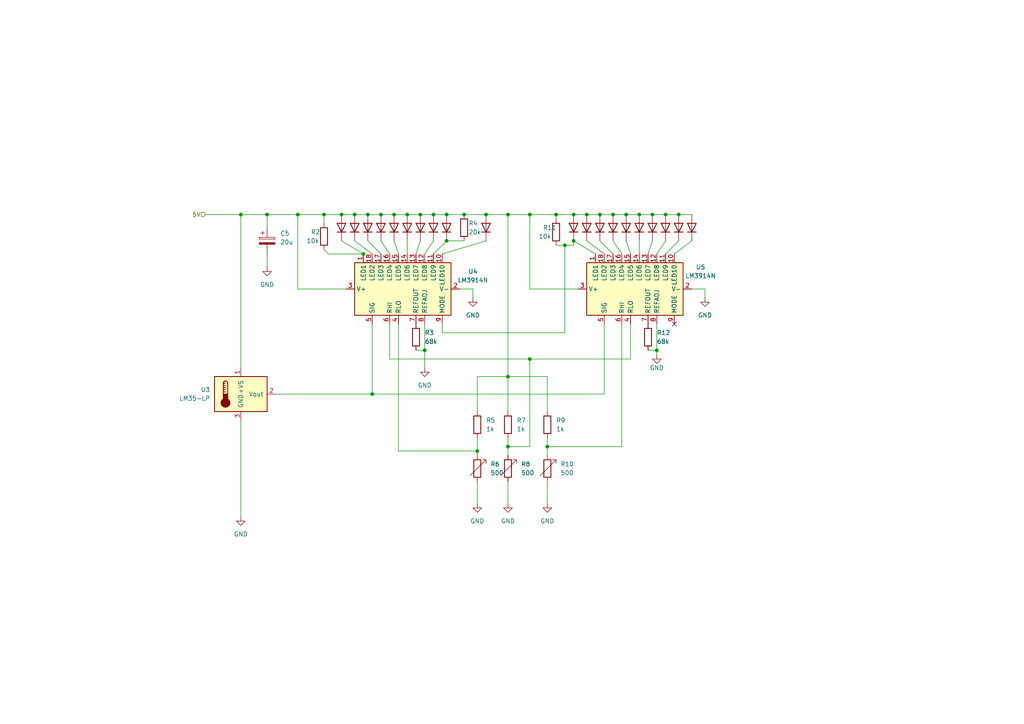
<source format=kicad_sch>
(kicad_sch (version 20211123) (generator eeschema)
  (paper "A4")
  (lib_symbols
    (symbol "Device:C_Polarized" (pin_numbers hide) (pin_names (offset 0.254))
      (property "Reference" "C" (at 0.635 2.54 0))
      (property "Value" "C_Polarized" (at 0.635 -2.54 0))
      (symbol "C_Polarized_0_1"
        (rectangle (start -2.286 0.508) (end 2.286 1.016))
        (polyline (pts (xy -1.778 2.286) (xy -0.762 2.286)))
        (polyline (pts (xy -1.27 2.794) (xy -1.27 1.778)))
        (rectangle (start 2.286 -0.508) (end -2.286 -1.016) (fill (type outline)))
      )
      (symbol "C_Polarized_1_1"
        (pin passive line (at 0 3.81 270) (length 2.794) (name "~") (number "1"))
        (pin passive line (at 0 -3.81 90) (length 2.794) (name "~") (number "2"))
      )
    )
    (symbol "Device:D" (pin_numbers hide) (pin_names (offset 1.016) hide)
      (property "Reference" "D" (at 0 2.54 0))
      (property "Value" "D" (at 0 -2.54 0))
      (symbol "D_0_1"
        (polyline (pts (xy -1.27 1.27) (xy -1.27 -1.27)) (stroke (width 0.254)))
        (polyline (pts (xy 1.27 0) (xy -1.27 0)))
        (polyline (pts (xy 1.27 1.27) (xy 1.27 -1.27) (xy -1.27 0) (xy 1.27 1.27)) (stroke (width 0.254)))
      )
      (symbol "D_1_1"
        (pin passive line (at -3.81 0 0) (length 2.54) (name "K") (number "1"))
        (pin passive line (at 3.81 0 180) (length 2.54) (name "A") (number "2"))
      )
    )
    (symbol "Device:R" (pin_numbers hide) (pin_names (offset 0))
      (property "Reference" "R" (at 2.032 0 90))
      (property "Value" "R" (at 0 0 90))
      (symbol "R_0_1"
        (rectangle (start -1.016 -2.54) (end 1.016 2.54) (stroke (width 0.254)))
      )
      (symbol "R_1_1"
        (pin passive line (at 0 3.81 270) (length 1.27) (name "~") (number "1"))
        (pin passive line (at 0 -3.81 90) (length 1.27) (name "~") (number "2"))
      )
    )
    (symbol "Device:R_Variable" (pin_numbers hide) (pin_names (offset 0))
      (property "Reference" "R" (at 2.54 -2.54 90))
      (property "Value" "R_Variable" (at -2.54 -1.27 90))
      (symbol "R_Variable_0_1"
        (rectangle (start -1.016 -2.54) (end 1.016 2.54) (stroke (width 0.254)))
        (polyline (pts (xy 2.54 1.524) (xy 2.54 2.54) (xy 1.524 2.54) (xy 2.54 2.54) (xy -2.032 -2.032)))
      )
      (symbol "R_Variable_1_1"
        (pin passive line (at 0 3.81 270) (length 1.27) (name "~") (number "1"))
        (pin passive line (at 0 -3.81 90) (length 1.27) (name "~") (number "2"))
      )
    )
    (symbol "Driver_LED:LM3914N"
      (property "Reference" "U" (at -6.35 14.224 0))
      (property "Value" "LM3914N" (at 5.588 14.224 0))
      (symbol "LM3914N_0_1"
        (rectangle (start -7.62 12.7) (end 7.62 -15.24) (stroke (width 0.254)) (fill (type background)))
      )
      (symbol "LM3914N_1_1"
        (pin open_collector line (at 10.16 10.16 180) (length 2.54) (name "LED1") (number "1"))
        (pin open_collector line (at 10.16 -12.7 180) (length 2.54) (name "LED10") (number "10"))
        (pin open_collector line (at 10.16 -10.16 180) (length 2.54) (name "LED9") (number "11"))
        (pin open_collector line (at 10.16 -7.62 180) (length 2.54) (name "LED8") (number "12"))
        (pin open_collector line (at 10.16 -5.08 180) (length 2.54) (name "LED7") (number "13"))
        (pin open_collector line (at 10.16 -2.54 180) (length 2.54) (name "LED6") (number "14"))
        (pin open_collector line (at 10.16 0 180) (length 2.54) (name "LED5") (number "15"))
        (pin open_collector line (at 10.16 2.54 180) (length 2.54) (name "LED4") (number "16"))
        (pin open_collector line (at 10.16 5.08 180) (length 2.54) (name "LED3") (number "17"))
        (pin open_collector line (at 10.16 7.62 180) (length 2.54) (name "LED2") (number "18"))
        (pin power_in line (at 0 -17.78 90) (length 2.54) (name "V-") (number "2"))
        (pin power_in line (at 0 15.24 270) (length 2.54) (name "V+") (number "3"))
        (pin input line (at -10.16 0 0) (length 2.54) (name "RLO") (number "4"))
        (pin input line (at -10.16 7.62 0) (length 2.54) (name "SIG") (number "5"))
        (pin input line (at -10.16 2.54 0) (length 2.54) (name "RHI") (number "6"))
        (pin output line (at -10.16 -5.08 0) (length 2.54) (name "REFOUT") (number "7"))
        (pin input line (at -10.16 -7.62 0) (length 2.54) (name "REFADJ") (number "8"))
        (pin input line (at -10.16 -12.7 0) (length 2.54) (name "MODE") (number "9"))
      )
    )
    (symbol "Sensor_Temperature:LM35-LP" (pin_names (offset 1.016))
      (property "Reference" "U" (at -6.35 6.35 0))
      (property "Value" "LM35-LP" (at 1.27 6.35 0))
      (symbol "LM35-LP_0_1"
        (rectangle (start -7.62 5.08) (end 7.62 -5.08) (stroke (width 0.254)) (fill (type background)))
        (circle (center -4.445 -2.54) (radius 1.27) (stroke (width 0.254)) (fill (type outline)))
        (rectangle (start -3.81 -1.905) (end -5.08 0) (stroke (width 0.254)) (fill (type outline)))
        (arc (start -3.81 3.175) (mid -4.445 3.81) (end -5.08 3.175) (stroke (width 0.254)))
        (polyline (pts (xy -5.08 0.635) (xy -4.445 0.635)) (stroke (width 0.254)))
        (polyline (pts (xy -5.08 1.27) (xy -4.445 1.27)) (stroke (width 0.254)))
        (polyline (pts (xy -5.08 1.905) (xy -4.445 1.905)) (stroke (width 0.254)))
        (polyline (pts (xy -5.08 2.54) (xy -4.445 2.54)) (stroke (width 0.254)))
        (polyline (pts (xy -5.08 3.175) (xy -5.08 0)) (stroke (width 0.254)))
        (polyline (pts (xy -5.08 3.175) (xy -4.445 3.175)) (stroke (width 0.254)))
        (polyline (pts (xy -3.81 3.175) (xy -3.81 0)) (stroke (width 0.254)))
      )
      (symbol "LM35-LP_1_1"
        (pin power_in line (at 0 7.62 270) (length 2.54) (name "+VS") (number "1"))
        (pin output line (at 10.16 0 180) (length 2.54) (name "Vout") (number "2"))
        (pin power_in line (at 0 -7.62 90) (length 2.54) (name "GND") (number "3"))
      )
    )
    (symbol "power:GND" (power) (pin_names (offset 0))
      (property "Value" "GND" (at 0 -3.81 0))
      (symbol "GND_0_1"
        (polyline (pts (xy 0 0) (xy 0 -1.27) (xy 1.27 -1.27) (xy 0 -2.54) (xy -1.27 -1.27) (xy 0 -1.27)))
      )
      (symbol "GND_1_1"
        (pin power_in line (at 0 0 270) (length 0) hide (name "GND") (number "1"))
      )
    )
  )
  (junction (at 140.97 62.23))
  (junction (at 138.43 130.81))
  (junction (at 93.98 62.23))
  (junction (at 170.18 62.23))
  (junction (at 196.85 62.23))
  (junction (at 118.11 62.23))
  (junction (at 86.36 62.23))
  (junction (at 189.23 62.23))
  (junction (at 193.04 62.23))
  (junction (at 173.99 62.23))
  (junction (at 147.32 109.22))
  (junction (at 77.47 62.23))
  (junction (at 163.83 71.12))
  (junction (at 161.29 62.23))
  (junction (at 123.19 101.6))
  (junction (at 125.73 62.23))
  (junction (at 129.54 69.85))
  (junction (at 134.62 62.23))
  (junction (at 153.67 62.23))
  (junction (at 177.8 62.23))
  (junction (at 99.06 62.23))
  (junction (at 105.41 73.66))
  (junction (at 114.3 62.23))
  (junction (at 147.32 62.23))
  (junction (at 102.87 62.23))
  (junction (at 166.37 69.85))
  (junction (at 153.67 104.14))
  (junction (at 158.75 129.54))
  (junction (at 121.92 62.23))
  (junction (at 129.54 62.23))
  (junction (at 69.85 62.23))
  (junction (at 107.95 114.3))
  (junction (at 106.68 62.23))
  (junction (at 181.61 62.23))
  (junction (at 190.5 101.6))
  (junction (at 185.42 62.23))
  (junction (at 110.49 62.23))
  (junction (at 166.37 62.23))
  (junction (at 147.32 129.54))
  (no_connect (at 195.58 93.98))
  (wire (pts (xy 138.43 119.38) (xy 138.43 109.22)))
  (wire (pts (xy 102.87 69.85) (xy 107.95 73.66)))
  (wire (pts (xy 166.37 71.12) (xy 166.37 69.85)))
  (wire (pts (xy 107.95 114.3) (xy 175.26 114.3)))
  (wire (pts (xy 134.62 62.23) (xy 140.97 62.23)))
  (wire (pts (xy 158.75 119.38) (xy 158.75 109.22)))
  (wire (pts (xy 173.99 69.85) (xy 177.8 73.66)))
  (wire (pts (xy 204.47 86.36) (xy 204.47 83.82)))
  (wire (pts (xy 180.34 129.54) (xy 180.34 93.98)))
  (wire (pts (xy 59.69 62.23) (xy 69.85 62.23)))
  (wire (pts (xy 161.29 71.12) (xy 163.83 71.12)))
  (wire (pts (xy 185.42 69.85) (xy 185.42 73.66)))
  (wire (pts (xy 200.66 69.85) (xy 195.58 73.66)))
  (wire (pts (xy 123.19 101.6) (xy 123.19 106.68)))
  (wire (pts (xy 147.32 109.22) (xy 147.32 119.38)))
  (wire (pts (xy 93.98 72.39) (xy 95.25 73.66)))
  (wire (pts (xy 163.83 71.12) (xy 166.37 71.12)))
  (wire (pts (xy 110.49 62.23) (xy 114.3 62.23)))
  (wire (pts (xy 147.32 129.54) (xy 153.67 129.54)))
  (wire (pts (xy 170.18 69.85) (xy 175.26 73.66)))
  (wire (pts (xy 121.92 62.23) (xy 125.73 62.23)))
  (wire (pts (xy 114.3 69.85) (xy 115.57 73.66)))
  (wire (pts (xy 158.75 129.54) (xy 158.75 132.08)))
  (wire (pts (xy 153.67 104.14) (xy 182.88 104.14)))
  (wire (pts (xy 120.65 101.6) (xy 123.19 101.6)))
  (wire (pts (xy 107.95 114.3) (xy 107.95 93.98)))
  (wire (pts (xy 170.18 62.23) (xy 173.99 62.23)))
  (wire (pts (xy 158.75 109.22) (xy 147.32 109.22)))
  (wire (pts (xy 158.75 127) (xy 158.75 129.54)))
  (wire (pts (xy 115.57 130.81) (xy 138.43 130.81)))
  (wire (pts (xy 138.43 127) (xy 138.43 130.81)))
  (wire (pts (xy 196.85 62.23) (xy 200.66 62.23)))
  (wire (pts (xy 123.19 93.98) (xy 123.19 101.6)))
  (wire (pts (xy 129.54 62.23) (xy 134.62 62.23)))
  (wire (pts (xy 200.66 83.82) (xy 204.47 83.82)))
  (wire (pts (xy 69.85 62.23) (xy 69.85 106.68)))
  (wire (pts (xy 121.92 69.85) (xy 120.65 73.66)))
  (wire (pts (xy 86.36 62.23) (xy 93.98 62.23)))
  (wire (pts (xy 138.43 130.81) (xy 138.43 132.08)))
  (wire (pts (xy 77.47 73.66) (xy 77.47 77.47)))
  (wire (pts (xy 102.87 62.23) (xy 106.68 62.23)))
  (wire (pts (xy 153.67 83.82) (xy 167.64 83.82)))
  (wire (pts (xy 129.54 69.85) (xy 134.62 69.85)))
  (wire (pts (xy 99.06 69.85) (xy 105.41 73.66)))
  (wire (pts (xy 153.67 62.23) (xy 161.29 62.23)))
  (wire (pts (xy 163.83 96.52) (xy 163.83 71.12)))
  (wire (pts (xy 80.01 114.3) (xy 107.95 114.3)))
  (wire (pts (xy 196.85 69.85) (xy 193.04 73.66)))
  (wire (pts (xy 129.54 69.85) (xy 125.73 73.66)))
  (wire (pts (xy 106.68 62.23) (xy 110.49 62.23)))
  (wire (pts (xy 166.37 69.85) (xy 172.72 73.66)))
  (wire (pts (xy 182.88 93.98) (xy 182.88 104.14)))
  (wire (pts (xy 114.3 62.23) (xy 118.11 62.23)))
  (wire (pts (xy 118.11 69.85) (xy 118.11 73.66)))
  (wire (pts (xy 110.49 69.85) (xy 113.03 73.66)))
  (wire (pts (xy 128.27 93.98) (xy 128.27 96.52)))
  (wire (pts (xy 161.29 62.23) (xy 161.29 63.5)))
  (wire (pts (xy 158.75 139.7) (xy 158.75 146.05)))
  (wire (pts (xy 133.35 83.82) (xy 137.16 83.82)))
  (wire (pts (xy 190.5 101.6) (xy 190.5 93.98)))
  (wire (pts (xy 177.8 62.23) (xy 181.61 62.23)))
  (wire (pts (xy 153.67 62.23) (xy 153.67 83.82)))
  (wire (pts (xy 93.98 62.23) (xy 99.06 62.23)))
  (wire (pts (xy 189.23 69.85) (xy 187.96 73.66)))
  (wire (pts (xy 193.04 62.23) (xy 196.85 62.23)))
  (wire (pts (xy 193.04 69.85) (xy 190.5 73.66)))
  (wire (pts (xy 147.32 62.23) (xy 153.67 62.23)))
  (wire (pts (xy 190.5 102.87) (xy 190.5 101.6)))
  (wire (pts (xy 125.73 62.23) (xy 129.54 62.23)))
  (wire (pts (xy 147.32 129.54) (xy 147.32 132.08)))
  (wire (pts (xy 125.73 69.85) (xy 123.19 73.66)))
  (wire (pts (xy 138.43 109.22) (xy 147.32 109.22)))
  (wire (pts (xy 147.32 139.7) (xy 147.32 146.05)))
  (wire (pts (xy 189.23 62.23) (xy 193.04 62.23)))
  (wire (pts (xy 118.11 62.23) (xy 121.92 62.23)))
  (wire (pts (xy 106.68 69.85) (xy 110.49 73.66)))
  (wire (pts (xy 158.75 129.54) (xy 180.34 129.54)))
  (wire (pts (xy 137.16 86.36) (xy 137.16 83.82)))
  (wire (pts (xy 128.27 96.52) (xy 163.83 96.52)))
  (wire (pts (xy 181.61 69.85) (xy 182.88 73.66)))
  (wire (pts (xy 181.61 62.23) (xy 185.42 62.23)))
  (wire (pts (xy 177.8 69.85) (xy 180.34 73.66)))
  (wire (pts (xy 86.36 62.23) (xy 86.36 83.82)))
  (wire (pts (xy 93.98 62.23) (xy 93.98 64.77)))
  (wire (pts (xy 187.96 101.6) (xy 190.5 101.6)))
  (wire (pts (xy 173.99 62.23) (xy 177.8 62.23)))
  (wire (pts (xy 95.25 73.66) (xy 105.41 73.66)))
  (wire (pts (xy 147.32 62.23) (xy 147.32 109.22)))
  (wire (pts (xy 161.29 62.23) (xy 166.37 62.23)))
  (wire (pts (xy 175.26 114.3) (xy 175.26 93.98)))
  (wire (pts (xy 140.97 69.85) (xy 128.27 73.66)))
  (wire (pts (xy 69.85 62.23) (xy 77.47 62.23)))
  (wire (pts (xy 115.57 93.98) (xy 115.57 130.81)))
  (wire (pts (xy 138.43 139.7) (xy 138.43 146.05)))
  (wire (pts (xy 185.42 62.23) (xy 189.23 62.23)))
  (wire (pts (xy 113.03 104.14) (xy 153.67 104.14)))
  (wire (pts (xy 166.37 62.23) (xy 170.18 62.23)))
  (wire (pts (xy 77.47 62.23) (xy 86.36 62.23)))
  (wire (pts (xy 140.97 62.23) (xy 147.32 62.23)))
  (wire (pts (xy 113.03 93.98) (xy 113.03 104.14)))
  (wire (pts (xy 147.32 127) (xy 147.32 129.54)))
  (wire (pts (xy 153.67 104.14) (xy 153.67 129.54)))
  (wire (pts (xy 77.47 62.23) (xy 77.47 66.04)))
  (wire (pts (xy 99.06 62.23) (xy 102.87 62.23)))
  (wire (pts (xy 69.85 121.92) (xy 69.85 149.86)))
  (wire (pts (xy 100.33 83.82) (xy 86.36 83.82)))
  (hierarchical_label "5V" (shape input) (at 59.69 62.23 180))
  (symbol (lib_id "Device:R") (at 161.29 67.31 0) (unit 1)
    (property "Reference" "R11" (at 157.48 66.04 0) (effects (justify left)))
    (property "Value" "10k" (at 156.21 68.58 0) (effects (justify left)))
    (property "Footprint" "Resistor_THT:R_Axial_DIN0207_L6.3mm_D2.5mm_P10.16mm_Horizontal" (effects hide))
  )
  (symbol (lib_id "power:GND") (at 77.47 77.47 0) (unit 1)
    (property "Reference" "#PWR04" (effects hide))
    (property "Value" "GND" (at 77.47 82.55 0))
  )
  (symbol (lib_id "power:GND") (at 138.43 146.05 0) (unit 1)
    (property "Reference" "#PWR07" (effects hide))
    (property "Value" "GND" (at 138.43 151.13 0))
  )
  (symbol (lib_id "Device:R") (at 93.98 68.58 0) (unit 1)
    (property "Reference" "R2" (at 90.17 67.31 0) (effects (justify left)))
    (property "Value" "10k" (at 88.9 69.85 0) (effects (justify left)))
    (property "Footprint" "Resistor_THT:R_Axial_DIN0207_L6.3mm_D2.5mm_P10.16mm_Horizontal" (effects hide))
  )
  (symbol (lib_id "Device:D") (at 181.61 66.04 90) (unit 1)
    (property "Reference" "D17" (effects hide))
    (property "Value" "D" (effects hide))
    (property "Footprint" "LED_THT:LED_D3.0mm" (effects hide))
  )
  (symbol (lib_id "Device:D") (at 185.42 66.04 90) (unit 1)
    (property "Reference" "D18" (effects hide))
    (property "Value" "D" (effects hide))
    (property "Footprint" "LED_THT:LED_D3.0mm" (effects hide))
  )
  (symbol (lib_id "Device:D") (at 196.85 66.04 90) (unit 1)
    (property "Reference" "D21" (effects hide))
    (property "Value" "D" (effects hide))
    (property "Footprint" "LED_THT:LED_D3.0mm" (effects hide))
  )
  (symbol (lib_id "Device:R") (at 187.96 97.79 0) (unit 1)
    (property "Reference" "R12" (at 190.5 96.5199 0) (effects (justify left)))
    (property "Value" "68k" (at 190.5 99.0599 0) (effects (justify left)))
    (property "Footprint" "Resistor_THT:R_Axial_DIN0207_L6.3mm_D2.5mm_P10.16mm_Horizontal" (effects hide))
  )
  (symbol (lib_id "Device:D") (at 140.97 66.04 90) (unit 1)
    (property "Reference" "D12" (effects hide))
    (property "Value" "D" (effects hide))
    (property "Footprint" "LED_THT:LED_D3.0mm" (effects hide))
  )
  (symbol (lib_id "Device:D") (at 189.23 66.04 90) (unit 1)
    (property "Reference" "D19" (effects hide))
    (property "Value" "D" (effects hide))
    (property "Footprint" "LED_THT:LED_D3.0mm" (effects hide))
  )
  (symbol (lib_id "power:GND") (at 137.16 86.36 0) (unit 1)
    (property "Reference" "#PWR06" (effects hide))
    (property "Value" "GND" (at 137.16 91.44 0))
  )
  (symbol (lib_id "Device:D") (at 106.68 66.04 90) (unit 1)
    (property "Reference" "D5" (effects hide))
    (property "Value" "D" (effects hide))
    (property "Footprint" "LED_THT:LED_D3.0mm" (effects hide))
  )
  (symbol (lib_id "Device:D") (at 173.99 66.04 90) (unit 1)
    (property "Reference" "D15" (effects hide))
    (property "Value" "D" (effects hide))
    (property "Footprint" "LED_THT:LED_D3.0mm" (effects hide))
  )
  (symbol (lib_id "Device:D") (at 193.04 66.04 90) (unit 1)
    (property "Reference" "D20" (effects hide))
    (property "Value" "D" (effects hide))
    (property "Footprint" "LED_THT:LED_D3.0mm" (effects hide))
  )
  (symbol (lib_id "Device:D") (at 200.66 66.04 90) (unit 1)
    (property "Reference" "D22" (effects hide))
    (property "Value" "D" (effects hide))
    (property "Footprint" "LED_THT:LED_D3.0mm" (effects hide))
  )
  (symbol (lib_id "Device:D") (at 121.92 66.04 90) (unit 1)
    (property "Reference" "D9" (effects hide))
    (property "Value" "D" (effects hide))
    (property "Footprint" "LED_THT:LED_D3.0mm" (effects hide))
  )
  (symbol (lib_id "Device:D") (at 114.3 66.04 90) (unit 1)
    (property "Reference" "D7" (effects hide))
    (property "Value" "D" (effects hide))
    (property "Footprint" "LED_THT:LED_D3.0mm" (effects hide))
  )
  (symbol (lib_id "Device:R_Variable") (at 147.32 135.89 0) (unit 1)
    (property "Reference" "R8" (at 151.13 134.6199 0) (effects (justify left)))
    (property "Value" "500" (at 151.13 137.1599 0) (effects (justify left)))
    (property "Footprint" "Potentiometer_THT:Potentiometer_Piher_PT-6-V_Vertical" (effects hide))
  )
  (symbol (lib_id "Device:D") (at 129.54 66.04 90) (unit 1)
    (property "Reference" "D11" (effects hide))
    (property "Value" "D" (effects hide))
    (property "Footprint" "LED_THT:LED_D3.0mm" (effects hide))
  )
  (symbol (lib_id "Driver_LED:LM3914N") (at 115.57 83.82 90) (unit 1)
    (property "Reference" "U4" (at 137.16 78.74 90))
    (property "Value" "LM3914N" (at 137.16 81.28 90))
    (property "Footprint" "Package_DIP:DIP-18_W7.62mm" (effects hide))
    (property "Datasheet" "https://www.ti.com/lit/ds/symlink/lm3914.pdf" (effects hide))
  )
  (symbol (lib_id "Device:D") (at 170.18 66.04 90) (unit 1)
    (property "Reference" "D14" (effects hide))
    (property "Value" "D" (effects hide))
    (property "Footprint" "LED_THT:LED_D3.0mm" (effects hide))
  )
  (symbol (lib_id "Device:C_Polarized") (at 77.47 69.85 0) (unit 1)
    (property "Reference" "C5" (at 81.28 67.6909 0) (effects (justify left)))
    (property "Value" "20u" (at 81.28 70.2309 0) (effects (justify left)))
    (property "Footprint" "Capacitor_THT:CP_Radial_D6.3mm_P2.50mm" (effects hide))
  )
  (symbol (lib_id "power:GND") (at 204.47 86.36 0) (unit 1)
    (property "Reference" "#PWR011" (effects hide))
    (property "Value" "GND" (at 204.47 91.44 0))
  )
  (symbol (lib_id "power:GND") (at 147.32 146.05 0) (unit 1)
    (property "Reference" "#PWR08" (effects hide))
    (property "Value" "GND" (at 147.32 151.13 0))
  )
  (symbol (lib_id "power:GND") (at 123.19 106.68 0) (unit 1)
    (property "Reference" "#PWR05" (effects hide))
    (property "Value" "GND" (at 123.19 111.76 0))
  )
  (symbol (lib_id "Sensor_Temperature:LM35-LP") (at 69.85 114.3 0) (unit 1)
    (property "Reference" "U3" (at 60.96 113.0299 0) (effects (justify right)))
    (property "Value" "LM35-LP" (at 60.96 115.5699 0) (effects (justify right)))
    (property "Footprint" "Package_TO_SOT_THT:TO-92" (effects hide))
    (property "Datasheet" "http://www.ti.com/lit/ds/symlink/lm35.pdf" (effects hide))
  )
  (symbol (lib_id "Device:D") (at 118.11 66.04 90) (unit 1)
    (property "Reference" "D8" (effects hide))
    (property "Value" "D" (effects hide))
    (property "Footprint" "LED_THT:LED_D3.0mm" (effects hide))
  )
  (symbol (lib_id "Device:D") (at 125.73 66.04 90) (unit 1)
    (property "Reference" "D10" (effects hide))
    (property "Value" "D" (effects hide))
    (property "Footprint" "LED_THT:LED_D3.0mm" (effects hide))
  )
  (symbol (lib_id "Driver_LED:LM3914N") (at 182.88 83.82 90) (unit 1)
    (property "Reference" "U5" (at 203.2 77.47 90))
    (property "Value" "LM3914N" (at 203.2 80.01 90))
    (property "Footprint" "Package_DIP:DIP-18_W7.62mm" (effects hide))
    (property "Datasheet" "https://www.ti.com/lit/ds/symlink/lm3914.pdf" (effects hide))
  )
  (symbol (lib_id "power:GND") (at 190.5 102.87 0) (unit 1)
    (property "Reference" "#PWR010" (effects hide))
    (property "Value" "GND" (at 190.5 106.68 0))
  )
  (symbol (lib_id "Device:D") (at 110.49 66.04 90) (unit 1)
    (property "Reference" "D6" (effects hide))
    (property "Value" "D" (effects hide))
    (property "Footprint" "LED_THT:LED_D3.0mm" (effects hide))
  )
  (symbol (lib_id "Device:R") (at 158.75 123.19 0) (unit 1)
    (property "Reference" "R9" (at 161.29 121.9199 0) (effects (justify left)))
    (property "Value" "1k" (at 161.29 124.4599 0) (effects (justify left)))
    (property "Footprint" "Resistor_THT:R_Axial_DIN0207_L6.3mm_D2.5mm_P10.16mm_Horizontal" (effects hide))
  )
  (symbol (lib_id "power:GND") (at 158.75 146.05 0) (unit 1)
    (property "Reference" "#PWR09" (effects hide))
    (property "Value" "GND" (at 158.75 151.13 0))
  )
  (symbol (lib_id "Device:R_Variable") (at 138.43 135.89 0) (unit 1)
    (property "Reference" "R6" (at 142.24 134.6199 0) (effects (justify left)))
    (property "Value" "500" (at 142.24 137.1599 0) (effects (justify left)))
    (property "Footprint" "Potentiometer_THT:Potentiometer_Piher_PT-6-V_Vertical" (effects hide))
  )
  (symbol (lib_id "Device:D") (at 102.87 66.04 90) (unit 1)
    (property "Reference" "D4" (effects hide))
    (property "Value" "D" (effects hide))
    (property "Footprint" "LED_THT:LED_D3.0mm" (effects hide))
  )
  (symbol (lib_id "Device:R") (at 138.43 123.19 0) (unit 1)
    (property "Reference" "R5" (at 140.97 121.9199 0) (effects (justify left)))
    (property "Value" "1k" (at 140.97 124.4599 0) (effects (justify left)))
    (property "Footprint" "Resistor_THT:R_Axial_DIN0207_L6.3mm_D2.5mm_P10.16mm_Horizontal" (effects hide))
  )
  (symbol (lib_id "Device:R") (at 120.65 97.79 0) (unit 1)
    (property "Reference" "R3" (at 123.19 96.5199 0) (effects (justify left)))
    (property "Value" "68k" (at 123.19 99.0599 0) (effects (justify left)))
    (property "Footprint" "Resistor_THT:R_Axial_DIN0207_L6.3mm_D2.5mm_P10.16mm_Horizontal" (effects hide))
  )
  (symbol (lib_id "Device:R") (at 134.62 66.04 0) (unit 1)
    (property "Reference" "R4" (at 135.89 64.77 0) (effects (justify left)))
    (property "Value" "20k" (at 135.89 67.31 0) (effects (justify left)))
    (property "Footprint" "Resistor_THT:R_Axial_DIN0207_L6.3mm_D2.5mm_P10.16mm_Horizontal" (effects hide))
  )
  (symbol (lib_id "power:GND") (at 69.85 149.86 0) (unit 1)
    (property "Reference" "#PWR03" (effects hide))
    (property "Value" "GND" (at 69.85 154.94 0))
  )
  (symbol (lib_id "Device:R") (at 147.32 123.19 0) (unit 1)
    (property "Reference" "R7" (at 149.86 121.9199 0) (effects (justify left)))
    (property "Value" "1k" (at 149.86 124.4599 0) (effects (justify left)))
    (property "Footprint" "Resistor_THT:R_Axial_DIN0207_L6.3mm_D2.5mm_P10.16mm_Horizontal" (effects hide))
  )
  (symbol (lib_id "Device:D") (at 99.06 66.04 90) (unit 1)
    (property "Reference" "D3" (effects hide))
    (property "Value" "D" (effects hide))
    (property "Footprint" "LED_THT:LED_D3.0mm" (effects hide))
  )
  (symbol (lib_id "Device:R_Variable") (at 158.75 135.89 0) (unit 1)
    (property "Reference" "R10" (at 162.56 134.6199 0) (effects (justify left)))
    (property "Value" "500" (at 162.56 137.1599 0) (effects (justify left)))
    (property "Footprint" "Potentiometer_THT:Potentiometer_Piher_PT-6-V_Vertical" (effects hide))
  )
  (symbol (lib_id "Device:D") (at 166.37 66.04 90) (unit 1)
    (property "Reference" "D13" (effects hide))
    (property "Value" "D" (effects hide))
    (property "Footprint" "LED_THT:LED_D3.0mm" (effects hide))
  )
  (symbol (lib_id "Device:D") (at 177.8 66.04 90) (unit 1)
    (property "Reference" "D16" (effects hide))
    (property "Value" "D" (effects hide))
    (property "Footprint" "LED_THT:LED_D3.0mm" (effects hide))
  )
)
</source>
